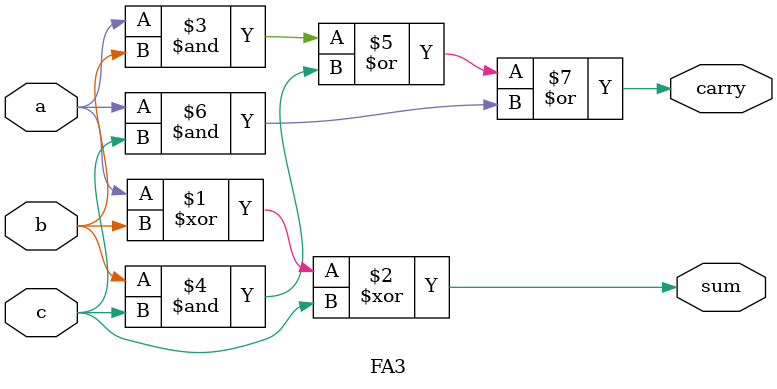
<source format=v>
module csa(
	input [31:0] a, b, c,
	output [31:0] sum,
	output carry
);
	wire [31:0] tmp1, tmp2;
	genvar i;
   generate
       for (i = 0; i < 32; i = i + 1) begin: fa_array
           FA3 fa_inst (
               .a(a[i]), 
               .b(b[i]), 
               .c(c[i]), 
               .sum(tmp1[i]), 
               .carry(tmp2[i])
           );
       end
	endgenerate
	assign {carry, sum} = {tmp2[30:0], 1'b0} + tmp1;
endmodule 

module FA3(
	input a, b, c,
	output sum, carry
);
	assign sum   = a ^ b ^ c;
   assign carry = (a & b) | (b & c) | (a & c);
endmodule 
</source>
